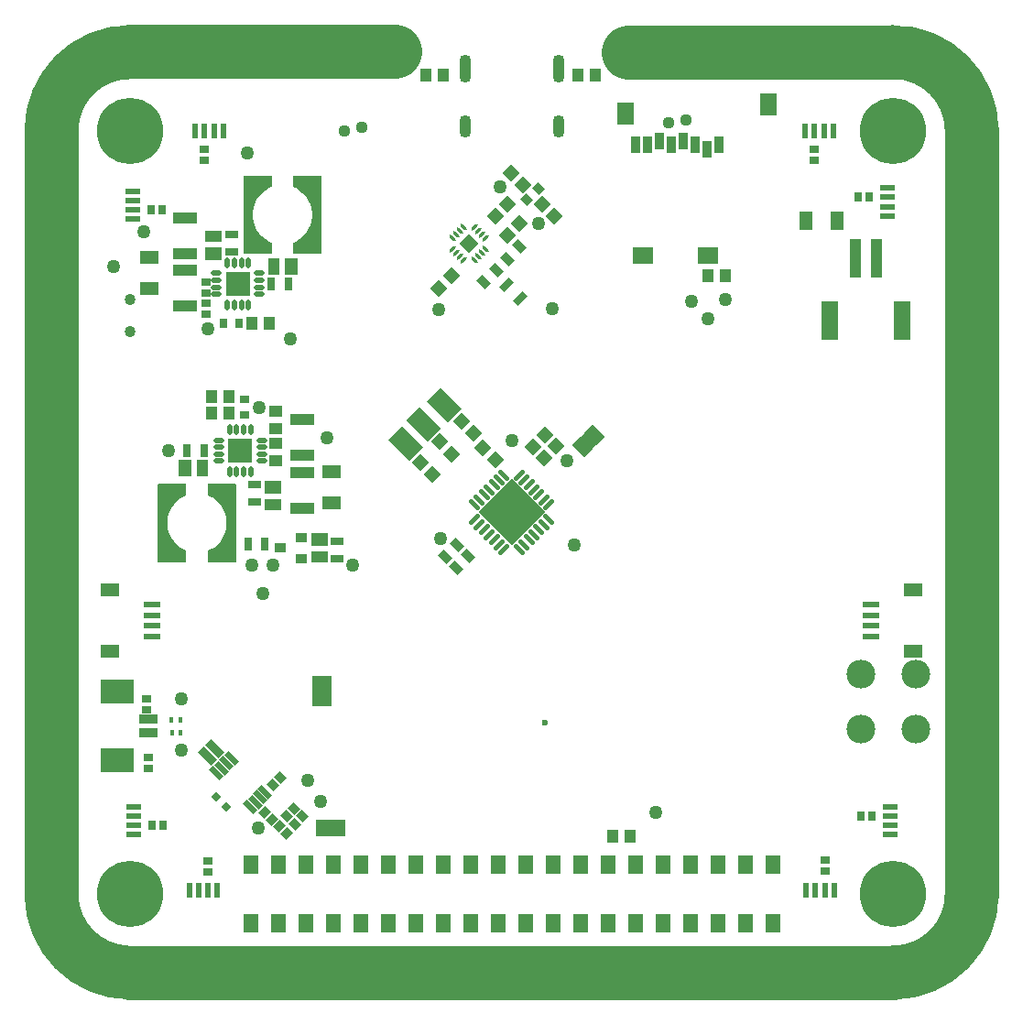
<source format=gbr>
%TF.GenerationSoftware,Altium Limited,Altium Designer,23.8.1 (32)*%
G04 Layer_Color=16711935*
%FSLAX26Y26*%
%MOIN*%
%TF.SameCoordinates,450A8218-6955-4517-B2CD-A7B35661065B*%
%TF.FilePolarity,Negative*%
%TF.FileFunction,Soldermask,Bot*%
%TF.Part,Single*%
G01*
G75*
%TA.AperFunction,Conductor*%
%ADD10C,0.196850*%
%TA.AperFunction,SMDPad,CuDef*%
%ADD11C,0.050000*%
%ADD37R,0.046000X0.063000*%
%ADD45R,0.063000X0.046000*%
G04:AMPARAMS|DCode=53|XSize=46mil|YSize=63mil|CornerRadius=0mil|HoleSize=0mil|Usage=FLASHONLY|Rotation=315.000|XOffset=0mil|YOffset=0mil|HoleType=Round|Shape=Rectangle|*
%AMROTATEDRECTD53*
4,1,4,-0.038537,-0.006010,0.006010,0.038537,0.038537,0.006010,-0.006010,-0.038537,-0.038537,-0.006010,0.0*
%
%ADD53ROTATEDRECTD53*%

%ADD65R,0.025000X0.008000*%
%TA.AperFunction,ComponentPad*%
G04:AMPARAMS|DCode=96|XSize=43.307mil|YSize=102.362mil|CornerRadius=21.654mil|HoleSize=0mil|Usage=FLASHONLY|Rotation=180.000|XOffset=0mil|YOffset=0mil|HoleType=Round|Shape=RoundedRectangle|*
%AMROUNDEDRECTD96*
21,1,0.043307,0.059055,0,0,180.0*
21,1,0.000000,0.102362,0,0,180.0*
1,1,0.043307,0.000000,0.029528*
1,1,0.043307,0.000000,0.029528*
1,1,0.043307,0.000000,-0.029528*
1,1,0.043307,0.000000,-0.029528*
%
%ADD96ROUNDEDRECTD96*%
G04:AMPARAMS|DCode=97|XSize=43.307mil|YSize=82.677mil|CornerRadius=21.654mil|HoleSize=0mil|Usage=FLASHONLY|Rotation=180.000|XOffset=0mil|YOffset=0mil|HoleType=Round|Shape=RoundedRectangle|*
%AMROUNDEDRECTD97*
21,1,0.043307,0.039370,0,0,180.0*
21,1,0.000000,0.082677,0,0,180.0*
1,1,0.043307,0.000000,0.019685*
1,1,0.043307,0.000000,0.019685*
1,1,0.043307,0.000000,-0.019685*
1,1,0.043307,0.000000,-0.019685*
%
%ADD97ROUNDEDRECTD97*%
%TA.AperFunction,ViaPad*%
%ADD104C,0.023622*%
%ADD107C,0.024803*%
%TA.AperFunction,SMDPad,CuDef*%
%ADD114R,0.015748X0.019685*%
G04:AMPARAMS|DCode=118|XSize=25.591mil|YSize=27.559mil|CornerRadius=0mil|HoleSize=0mil|Usage=FLASHONLY|Rotation=135.000|XOffset=0mil|YOffset=0mil|HoleType=Round|Shape=Rectangle|*
%AMROTATEDRECTD118*
4,1,4,0.018791,0.000696,-0.000696,-0.018791,-0.018791,-0.000696,0.000696,0.018791,0.018791,0.000696,0.0*
%
%ADD118ROTATEDRECTD118*%

%ADD120R,0.070866X0.047244*%
%ADD121R,0.061024X0.023622*%
%ADD130R,0.086614X0.043307*%
G04:AMPARAMS|DCode=133|XSize=31.496mil|YSize=11.811mil|CornerRadius=5.906mil|HoleSize=0mil|Usage=FLASHONLY|Rotation=135.000|XOffset=0mil|YOffset=0mil|HoleType=Round|Shape=RoundedRectangle|*
%AMROUNDEDRECTD133*
21,1,0.031496,0.000000,0,0,135.0*
21,1,0.019685,0.011811,0,0,135.0*
1,1,0.011811,-0.006960,0.006960*
1,1,0.011811,0.006960,-0.006960*
1,1,0.011811,0.006960,-0.006960*
1,1,0.011811,-0.006960,0.006960*
%
%ADD133ROUNDEDRECTD133*%
%ADD134P,0.066813X4X180.0*%
G04:AMPARAMS|DCode=135|XSize=11.811mil|YSize=31.496mil|CornerRadius=5.906mil|HoleSize=0mil|Usage=FLASHONLY|Rotation=135.000|XOffset=0mil|YOffset=0mil|HoleType=Round|Shape=RoundedRectangle|*
%AMROUNDEDRECTD135*
21,1,0.011811,0.019685,0,0,135.0*
21,1,0.000000,0.031496,0,0,135.0*
1,1,0.011811,0.006960,0.006960*
1,1,0.011811,0.006960,0.006960*
1,1,0.011811,-0.006960,-0.006960*
1,1,0.011811,-0.006960,-0.006960*
%
%ADD135ROUNDEDRECTD135*%
G04:AMPARAMS|DCode=136|XSize=23.622mil|YSize=49.213mil|CornerRadius=0mil|HoleSize=0mil|Usage=FLASHONLY|Rotation=135.000|XOffset=0mil|YOffset=0mil|HoleType=Round|Shape=Rectangle|*
%AMROTATEDRECTD136*
4,1,4,0.025751,0.009048,-0.009048,-0.025751,-0.025751,-0.009048,0.009048,0.025751,0.025751,0.009048,0.0*
%
%ADD136ROTATEDRECTD136*%

G04:AMPARAMS|DCode=137|XSize=46mil|YSize=63mil|CornerRadius=0mil|HoleSize=0mil|Usage=FLASHONLY|Rotation=225.000|XOffset=0mil|YOffset=0mil|HoleType=Round|Shape=Rectangle|*
%AMROTATEDRECTD137*
4,1,4,-0.006010,0.038537,0.038537,-0.006010,0.006010,-0.038537,-0.038537,0.006010,-0.006010,0.038537,0.0*
%
%ADD137ROTATEDRECTD137*%

G04:AMPARAMS|DCode=138|XSize=25mil|YSize=8mil|CornerRadius=0mil|HoleSize=0mil|Usage=FLASHONLY|Rotation=45.000|XOffset=0mil|YOffset=0mil|HoleType=Round|Shape=Rectangle|*
%AMROTATEDRECTD138*
4,1,4,-0.006010,-0.011667,-0.011667,-0.006010,0.006010,0.011667,0.011667,0.006010,-0.006010,-0.011667,0.0*
%
%ADD138ROTATEDRECTD138*%

%ADD151R,0.029622X0.033559*%
%ADD152R,0.043402X0.045370*%
G04:AMPARAMS|DCode=153|XSize=45.37mil|YSize=43.402mil|CornerRadius=0mil|HoleSize=0mil|Usage=FLASHONLY|Rotation=225.000|XOffset=0mil|YOffset=0mil|HoleType=Round|Shape=Rectangle|*
%AMROTATEDRECTD153*
4,1,4,0.000696,0.031386,0.031386,0.000696,-0.000696,-0.031386,-0.031386,-0.000696,0.000696,0.031386,0.0*
%
%ADD153ROTATEDRECTD153*%

G04:AMPARAMS|DCode=154|XSize=45.37mil|YSize=43.402mil|CornerRadius=0mil|HoleSize=0mil|Usage=FLASHONLY|Rotation=135.000|XOffset=0mil|YOffset=0mil|HoleType=Round|Shape=Rectangle|*
%AMROTATEDRECTD154*
4,1,4,0.031386,-0.000696,0.000696,-0.031386,-0.031386,0.000696,-0.000696,0.031386,0.031386,-0.000696,0.0*
%
%ADD154ROTATEDRECTD154*%

%ADD155R,0.045370X0.043402*%
%ADD156R,0.033559X0.029622*%
G04:AMPARAMS|DCode=157|XSize=33.559mil|YSize=29.622mil|CornerRadius=0mil|HoleSize=0mil|Usage=FLASHONLY|Rotation=135.000|XOffset=0mil|YOffset=0mil|HoleType=Round|Shape=Rectangle|*
%AMROTATEDRECTD157*
4,1,4,0.022338,-0.001392,0.001392,-0.022338,-0.022338,0.001392,-0.001392,0.022338,0.022338,-0.001392,0.0*
%
%ADD157ROTATEDRECTD157*%

G04:AMPARAMS|DCode=165|XSize=16.811mil|YSize=50.276mil|CornerRadius=0mil|HoleSize=0mil|Usage=FLASHONLY|Rotation=315.000|XOffset=0mil|YOffset=0mil|HoleType=Round|Shape=Round|*
%AMOVALD165*
21,1,0.033465,0.016811,0.000000,0.000000,45.0*
1,1,0.016811,-0.011832,-0.011832*
1,1,0.016811,0.011832,0.011832*
%
%ADD165OVALD165*%

G04:AMPARAMS|DCode=166|XSize=16.811mil|YSize=50.276mil|CornerRadius=0mil|HoleSize=0mil|Usage=FLASHONLY|Rotation=45.000|XOffset=0mil|YOffset=0mil|HoleType=Round|Shape=Round|*
%AMOVALD166*
21,1,0.033465,0.016811,0.000000,0.000000,135.0*
1,1,0.016811,0.011832,-0.011832*
1,1,0.016811,-0.011832,0.011832*
%
%ADD166OVALD166*%

G04:AMPARAMS|DCode=174|XSize=28.622mil|YSize=36.496mil|CornerRadius=0mil|HoleSize=0mil|Usage=FLASHONLY|Rotation=45.000|XOffset=0mil|YOffset=0mil|HoleType=Round|Shape=Rectangle|*
%AMROTATEDRECTD174*
4,1,4,0.002784,-0.023023,-0.023023,0.002784,-0.002784,0.023023,0.023023,-0.002784,0.002784,-0.023023,0.0*
%
%ADD174ROTATEDRECTD174*%

%ADD175R,0.045370X0.029000*%
%ADD176R,0.029000X0.045370*%
%ADD177R,0.054210X0.024690*%
%ADD178R,0.024690X0.054210*%
G04:AMPARAMS|DCode=180|XSize=45.37mil|YSize=29mil|CornerRadius=0mil|HoleSize=0mil|Usage=FLASHONLY|Rotation=135.000|XOffset=0mil|YOffset=0mil|HoleType=Round|Shape=Rectangle|*
%AMROTATEDRECTD180*
4,1,4,0.026294,-0.005788,0.005788,-0.026294,-0.026294,0.005788,-0.005788,0.026294,0.026294,-0.005788,0.0*
%
%ADD180ROTATEDRECTD180*%

%ADD182R,0.048307X0.069961*%
%ADD183R,0.063087X0.043402*%
%ADD184R,0.063087X0.045370*%
%ADD185R,0.055000X0.071142*%
%ADD188R,0.028622X0.036496*%
%ADD189R,0.045370X0.063087*%
%ADD190R,0.043402X0.063087*%
%TA.AperFunction,ViaPad*%
%ADD191C,0.241220*%
%TA.AperFunction,ComponentPad*%
%ADD192C,0.040430*%
%ADD193C,0.044370*%
%ADD194C,0.105000*%
%TA.AperFunction,ViaPad*%
%ADD195C,0.044370*%
%TA.AperFunction,SMDPad,CuDef*%
%ADD196R,0.032560X0.064060*%
%ADD197R,0.075870X0.060120*%
%ADD198R,0.060120X0.079800*%
G04:AMPARAMS|DCode=199|XSize=55.18mil|YSize=19.75mil|CornerRadius=0mil|HoleSize=0mil|Usage=FLASHONLY|Rotation=135.000|XOffset=0mil|YOffset=0mil|HoleType=Round|Shape=Rectangle|*
%AMROTATEDRECTD199*
4,1,4,0.026492,-0.012526,0.012526,-0.026492,-0.026492,0.012526,-0.012526,0.026492,0.026492,-0.012526,0.0*
%
%ADD199ROTATEDRECTD199*%

G04:AMPARAMS|DCode=200|XSize=33.559mil|YSize=29.622mil|CornerRadius=0mil|HoleSize=0mil|Usage=FLASHONLY|Rotation=45.000|XOffset=0mil|YOffset=0mil|HoleType=Round|Shape=Rectangle|*
%AMROTATEDRECTD200*
4,1,4,-0.001392,-0.022338,-0.022338,-0.001392,0.001392,0.022338,0.022338,0.001392,-0.001392,-0.022338,0.0*
%
%ADD200ROTATEDRECTD200*%

%ADD201R,0.123110X0.087677*%
%ADD202R,0.067992X0.036496*%
%ADD203R,0.064055X0.138858*%
%ADD204R,0.044370X0.142795*%
%ADD205R,0.069961X0.048307*%
%ADD206P,0.240917X4X90.0*%
%ADD207C,0.024685*%
%ADD208R,0.089000X0.089000*%
G04:AMPARAMS|DCode=209|XSize=19mil|YSize=37.465mil|CornerRadius=5.75mil|HoleSize=0mil|Usage=FLASHONLY|Rotation=90.000|XOffset=0mil|YOffset=0mil|HoleType=Round|Shape=RoundedRectangle|*
%AMROUNDEDRECTD209*
21,1,0.019000,0.025965,0,0,90.0*
21,1,0.007500,0.037465,0,0,90.0*
1,1,0.011500,0.012982,0.003750*
1,1,0.011500,0.012982,-0.003750*
1,1,0.011500,-0.012982,-0.003750*
1,1,0.011500,-0.012982,0.003750*
%
%ADD209ROUNDEDRECTD209*%
G04:AMPARAMS|DCode=210|XSize=19mil|YSize=37.465mil|CornerRadius=5.75mil|HoleSize=0mil|Usage=FLASHONLY|Rotation=0.000|XOffset=0mil|YOffset=0mil|HoleType=Round|Shape=RoundedRectangle|*
%AMROUNDEDRECTD210*
21,1,0.019000,0.025965,0,0,0.0*
21,1,0.007500,0.037465,0,0,0.0*
1,1,0.011500,0.003750,-0.012982*
1,1,0.011500,-0.003750,-0.012982*
1,1,0.011500,-0.003750,0.012982*
1,1,0.011500,0.003750,0.012982*
%
%ADD210ROUNDEDRECTD210*%
%ADD211R,0.040433X0.036496*%
%ADD212R,0.036496X0.028622*%
G36*
X-694490Y1224918D02*
X-694107Y1224826D01*
X-693743Y1224676D01*
X-693408Y1224470D01*
X-693109Y1224214D01*
X-692853Y1223915D01*
X-692647Y1223580D01*
X-692497Y1223216D01*
X-692405Y1222833D01*
X-692374Y1222441D01*
Y942913D01*
X-692405Y942521D01*
X-692497Y942138D01*
X-692647Y941775D01*
X-692853Y941439D01*
X-693109Y941140D01*
X-693408Y940885D01*
X-693743Y940679D01*
X-694107Y940528D01*
X-694490Y940437D01*
X-694882Y940406D01*
X-793307D01*
X-793699Y940437D01*
X-794082Y940528D01*
X-794446Y940679D01*
X-794781Y940885D01*
X-795080Y941140D01*
X-795336Y941439D01*
X-795541Y941775D01*
X-795692Y942138D01*
X-795784Y942521D01*
X-795815Y942913D01*
X-795815Y979527D01*
X-795810Y979590D01*
X-795812Y979654D01*
X-795794Y979788D01*
X-795784Y979920D01*
X-795769Y979981D01*
X-795761Y980044D01*
X-795723Y980172D01*
X-795692Y980302D01*
X-795668Y980361D01*
X-795650Y980421D01*
X-795593Y980541D01*
X-795542Y980666D01*
X-795509Y980720D01*
X-795481Y980777D01*
X-795406Y980888D01*
X-795336Y981001D01*
X-795295Y981049D01*
X-795259Y981102D01*
X-795167Y981199D01*
X-795080Y981301D01*
X-795032Y981342D01*
X-794989Y981388D01*
X-794884Y981469D01*
X-794781Y981556D01*
X-794726Y981590D01*
X-794677Y981628D01*
X-794561Y981691D01*
X-794446Y981762D01*
X-794387Y981786D01*
X-794332Y981816D01*
X-786930Y985130D01*
X-773003Y993331D01*
X-760479Y1003471D01*
X-749590Y1015352D01*
X-740578Y1028711D01*
X-733640Y1043257D01*
X-728929Y1058667D01*
X-726548Y1074606D01*
X-726549Y1090721D01*
X-728932Y1106659D01*
X-733646Y1122069D01*
X-740586Y1136613D01*
X-749600Y1149972D01*
X-760490Y1161851D01*
X-773016Y1171989D01*
X-786944Y1180188D01*
X-794346Y1183501D01*
X-794411Y1183536D01*
X-794477Y1183564D01*
X-794547Y1183608D01*
X-794614Y1183641D01*
X-794649Y1183666D01*
X-794692Y1183689D01*
X-794749Y1183734D01*
X-794811Y1183772D01*
X-794873Y1183826D01*
X-794934Y1183870D01*
X-794966Y1183900D01*
X-795003Y1183929D01*
X-795053Y1183982D01*
X-795109Y1184030D01*
X-795161Y1184093D01*
X-795215Y1184146D01*
X-795241Y1184181D01*
X-795274Y1184215D01*
X-795315Y1184275D01*
X-795362Y1184331D01*
X-795404Y1184400D01*
X-795449Y1184462D01*
X-795469Y1184501D01*
X-795496Y1184540D01*
X-795528Y1184606D01*
X-795565Y1184668D01*
X-795595Y1184743D01*
X-795630Y1184811D01*
X-795644Y1184852D01*
X-795665Y1184896D01*
X-795685Y1184965D01*
X-795713Y1185033D01*
X-795731Y1185112D01*
X-795755Y1185184D01*
X-795763Y1185228D01*
X-795776Y1185273D01*
X-795785Y1185345D01*
X-795802Y1185416D01*
X-795807Y1185496D01*
X-795820Y1185572D01*
X-795821Y1185618D01*
X-795826Y1185663D01*
X-795824Y1185735D01*
X-795830Y1185809D01*
X-795823Y1185888D01*
X-795823Y1185966D01*
X-795817Y1186011D01*
X-795815Y1186057D01*
X-795815Y1186060D01*
Y1222441D01*
X-795784Y1222833D01*
X-795692Y1223216D01*
X-795541Y1223580D01*
X-795336Y1223915D01*
X-795080Y1224214D01*
X-794781Y1224470D01*
X-794446Y1224675D01*
X-794082Y1224826D01*
X-793699Y1224918D01*
X-793307Y1224949D01*
X-694882Y1224949D01*
X-694490Y1224918D01*
D02*
G37*
G36*
X-875592Y1224918D02*
X-875209Y1224826D01*
X-874846Y1224675D01*
X-874510Y1224470D01*
X-874211Y1224214D01*
X-873955Y1223915D01*
X-873750Y1223580D01*
X-873599Y1223216D01*
X-873507Y1222833D01*
X-873476Y1222441D01*
Y1186059D01*
X-873476Y1186057D01*
X-873475Y1186014D01*
X-873468Y1185968D01*
X-873469Y1185889D01*
X-873462Y1185809D01*
X-873467Y1185735D01*
X-873465Y1185663D01*
X-873471Y1185620D01*
X-873471Y1185575D01*
X-873484Y1185495D01*
X-873490Y1185417D01*
X-873506Y1185345D01*
X-873516Y1185273D01*
X-873528Y1185231D01*
X-873535Y1185187D01*
X-873561Y1185110D01*
X-873579Y1185033D01*
X-873606Y1184966D01*
X-873627Y1184896D01*
X-873646Y1184856D01*
X-873660Y1184813D01*
X-873697Y1184742D01*
X-873726Y1184669D01*
Y1184668D01*
X-873764Y1184606D01*
X-873795Y1184540D01*
X-873821Y1184503D01*
X-873841Y1184464D01*
X-873888Y1184400D01*
X-873930Y1184331D01*
X-873976Y1184276D01*
X-874018Y1184215D01*
X-874048Y1184183D01*
X-874075Y1184147D01*
X-874131Y1184092D01*
X-874183Y1184030D01*
X-874238Y1183982D01*
X-874288Y1183929D01*
X-874324Y1183902D01*
X-874355Y1183871D01*
X-874418Y1183826D01*
X-874480Y1183772D01*
X-874543Y1183733D01*
X-874600Y1183689D01*
X-874640Y1183667D01*
X-874675Y1183642D01*
X-874745Y1183607D01*
X-874814Y1183564D01*
X-874881Y1183536D01*
X-874945Y1183501D01*
X-882348Y1180188D01*
X-896275Y1171989D01*
X-908802Y1161851D01*
X-919692Y1149972D01*
X-928706Y1136613D01*
X-935646Y1122069D01*
X-940359Y1106659D01*
X-942743Y1090721D01*
X-942744Y1074606D01*
X-940362Y1058667D01*
X-935651Y1043257D01*
X-928713Y1028711D01*
X-919701Y1015352D01*
X-908813Y1003471D01*
X-896289Y993331D01*
X-882361Y985130D01*
X-874960Y981816D01*
X-874905Y981786D01*
X-874846Y981762D01*
X-874730Y981691D01*
X-874614Y981628D01*
X-874565Y981590D01*
X-874510Y981556D01*
X-874408Y981469D01*
X-874303Y981388D01*
X-874259Y981342D01*
X-874211Y981301D01*
X-874125Y981199D01*
X-874032Y981102D01*
X-873996Y981049D01*
X-873956Y981001D01*
X-873886Y980888D01*
X-873810Y980777D01*
X-873783Y980720D01*
X-873750Y980666D01*
X-873698Y980541D01*
X-873641Y980421D01*
X-873624Y980361D01*
X-873599Y980302D01*
X-873568Y980172D01*
X-873530Y980044D01*
X-873522Y979981D01*
X-873508Y979920D01*
X-873497Y979788D01*
X-873480Y979654D01*
X-873481Y979590D01*
X-873477Y979527D01*
Y942913D01*
X-873508Y942521D01*
X-873599Y942138D01*
X-873750Y941775D01*
X-873956Y941439D01*
X-874211Y941140D01*
X-874510Y940884D01*
X-874846Y940679D01*
X-875209Y940528D01*
X-875592Y940436D01*
X-875984Y940405D01*
X-974409Y940406D01*
X-974802Y940437D01*
X-975184Y940528D01*
X-975548Y940679D01*
X-975884Y940885D01*
X-976183Y941140D01*
X-976438Y941439D01*
X-976644Y941775D01*
X-976794Y942138D01*
X-976886Y942521D01*
X-976917Y942913D01*
Y1222441D01*
X-976886Y1222833D01*
X-976794Y1223216D01*
X-976644Y1223580D01*
X-976438Y1223915D01*
X-976183Y1224214D01*
X-975884Y1224470D01*
X-975548Y1224675D01*
X-975184Y1224826D01*
X-974802Y1224918D01*
X-974409Y1224949D01*
X-875984D01*
X-875592Y1224918D01*
D02*
G37*
G36*
X-181245Y375858D02*
X-230743Y326360D01*
X-308525Y404142D01*
X-259027Y453640D01*
X-181245Y375858D01*
D02*
G37*
G36*
X-256360Y305858D02*
X-305858Y256360D01*
X-383640Y334142D01*
X-334142Y383640D01*
X-256360Y305858D01*
D02*
G37*
G36*
X336568Y274142D02*
X265858Y203431D01*
X223431Y245858D01*
X294142Y316568D01*
X336568Y274142D01*
D02*
G37*
G36*
X-322538Y236551D02*
X-372035Y187053D01*
X-449817Y264835D01*
X-400320Y314332D01*
X-322538Y236551D01*
D02*
G37*
G36*
X-1005192Y102871D02*
X-1004809Y102779D01*
X-1004445Y102628D01*
X-1004110Y102422D01*
X-1003811Y102167D01*
X-1003555Y101868D01*
X-1003350Y101532D01*
X-1003199Y101169D01*
X-1003107Y100786D01*
X-1003076Y100394D01*
X-1003076Y-179134D01*
X-1003107Y-179526D01*
X-1003199Y-179909D01*
X-1003349Y-180273D01*
X-1003555Y-180608D01*
X-1003811Y-180907D01*
X-1004110Y-181163D01*
X-1004445Y-181369D01*
X-1004809Y-181519D01*
X-1005192Y-181611D01*
X-1005584Y-181642D01*
X-1104009D01*
X-1104401Y-181611D01*
X-1104784Y-181519D01*
X-1105148Y-181369D01*
X-1105483Y-181163D01*
X-1105782Y-180907D01*
X-1106038Y-180608D01*
X-1106244Y-180273D01*
X-1106394Y-179909D01*
X-1106486Y-179526D01*
X-1106517Y-179134D01*
X-1106517Y-142752D01*
X-1106517Y-142750D01*
X-1106519Y-142705D01*
X-1106526Y-142659D01*
X-1106525Y-142570D01*
X-1106532Y-142483D01*
Y-142483D01*
X-1106527Y-142420D01*
X-1106528Y-142356D01*
X-1106523Y-142312D01*
X-1106522Y-142265D01*
X-1106508Y-142178D01*
X-1106501Y-142091D01*
X-1106486Y-142029D01*
X-1106478Y-141966D01*
X-1106465Y-141922D01*
X-1106457Y-141877D01*
X-1106430Y-141794D01*
X-1106409Y-141708D01*
X-1106385Y-141649D01*
X-1106367Y-141589D01*
X-1106347Y-141547D01*
X-1106333Y-141504D01*
X-1106293Y-141427D01*
X-1106258Y-141345D01*
X-1106225Y-141290D01*
X-1106198Y-141233D01*
X-1106172Y-141195D01*
X-1106151Y-141155D01*
X-1106099Y-141084D01*
X-1106053Y-141009D01*
X-1106012Y-140961D01*
X-1105976Y-140909D01*
X-1105944Y-140875D01*
X-1105917Y-140839D01*
X-1105855Y-140777D01*
X-1105797Y-140710D01*
X-1105749Y-140669D01*
X-1105705Y-140623D01*
X-1105669Y-140594D01*
X-1105637Y-140562D01*
X-1105565Y-140512D01*
X-1105498Y-140454D01*
X-1105444Y-140421D01*
X-1105394Y-140382D01*
X-1105353Y-140360D01*
X-1105316Y-140334D01*
X-1105239Y-140296D01*
X-1105162Y-140249D01*
X-1105104Y-140224D01*
X-1105048Y-140194D01*
X-1097646Y-136882D01*
X-1083718Y-128683D01*
X-1071192Y-118544D01*
X-1060302Y-106665D01*
X-1051288Y-93306D01*
X-1044348Y-78762D01*
X-1039634Y-63352D01*
X-1037251Y-47414D01*
X-1037250Y-31299D01*
X-1039631Y-15360D01*
X-1044342Y50D01*
X-1051280Y14595D01*
X-1060292Y27955D01*
X-1071181Y39836D01*
X-1083705Y49976D01*
X-1097632Y58177D01*
X-1105034Y61491D01*
X-1105089Y61521D01*
X-1105148Y61545D01*
X-1105263Y61616D01*
X-1105379Y61679D01*
X-1105428Y61717D01*
X-1105483Y61751D01*
X-1105586Y61838D01*
X-1105691Y61919D01*
X-1105734Y61965D01*
X-1105782Y62006D01*
X-1105869Y62108D01*
X-1105961Y62205D01*
X-1105997Y62258D01*
X-1106038Y62306D01*
X-1106108Y62419D01*
X-1106184Y62530D01*
X-1106211Y62587D01*
X-1106244Y62641D01*
X-1106295Y62766D01*
X-1106352Y62886D01*
X-1106370Y62946D01*
X-1106394Y63005D01*
X-1106425Y63135D01*
X-1106463Y63263D01*
X-1106471Y63326D01*
X-1106486Y63387D01*
X-1106496Y63519D01*
X-1106514Y63653D01*
X-1106512Y63717D01*
X-1106517Y63779D01*
Y100394D01*
X-1106486Y100786D01*
X-1106394Y101169D01*
X-1106244Y101532D01*
X-1106038Y101868D01*
X-1105782Y102167D01*
X-1105483Y102422D01*
X-1105148Y102628D01*
X-1104784Y102779D01*
X-1104401Y102871D01*
X-1104009Y102901D01*
X-1005584D01*
X-1005192Y102871D01*
D02*
G37*
G36*
X-1186294D02*
X-1185911Y102779D01*
X-1185548Y102628D01*
X-1185212Y102422D01*
X-1184913Y102167D01*
X-1184658Y101868D01*
X-1184452Y101532D01*
X-1184301Y101169D01*
X-1184210Y100786D01*
X-1184179Y100394D01*
Y63779D01*
X-1184184Y63717D01*
X-1184182Y63653D01*
X-1184199Y63519D01*
X-1184210Y63387D01*
X-1184224Y63326D01*
X-1184232Y63263D01*
X-1184270Y63135D01*
X-1184301Y63005D01*
X-1184326Y62946D01*
X-1184343Y62886D01*
X-1184400Y62766D01*
X-1184452Y62641D01*
X-1184485Y62587D01*
X-1184512Y62530D01*
X-1184588Y62419D01*
X-1184658Y62306D01*
X-1184698Y62258D01*
X-1184734Y62205D01*
X-1184827Y62108D01*
X-1184913Y62006D01*
X-1184961Y61965D01*
X-1185005Y61919D01*
X-1185110Y61838D01*
X-1185212Y61751D01*
X-1185267Y61717D01*
X-1185316Y61679D01*
X-1185432Y61616D01*
X-1185548Y61545D01*
X-1185607Y61521D01*
X-1185662Y61491D01*
X-1193063Y58177D01*
X-1206991Y49976D01*
X-1219515Y39836D01*
X-1230403Y27955D01*
X-1239415Y14595D01*
X-1246353Y50D01*
X-1251064Y-15360D01*
X-1253446Y-31299D01*
X-1253445Y-47414D01*
X-1251061Y-63352D01*
X-1246348Y-78762D01*
X-1239408Y-93306D01*
X-1230394Y-106665D01*
X-1219504Y-118544D01*
X-1206977Y-128683D01*
X-1193050Y-136882D01*
X-1185647Y-140194D01*
X-1185592Y-140224D01*
X-1185533Y-140249D01*
X-1185452Y-140298D01*
X-1185369Y-140340D01*
X-1185337Y-140363D01*
X-1185302Y-140382D01*
X-1185252Y-140421D01*
X-1185198Y-140454D01*
X-1185126Y-140515D01*
X-1185050Y-140570D01*
X-1185022Y-140598D01*
X-1184990Y-140623D01*
X-1184947Y-140669D01*
X-1184898Y-140710D01*
X-1184898Y-140710D01*
X-1184838Y-140781D01*
X-1184771Y-140847D01*
X-1184747Y-140880D01*
X-1184720Y-140909D01*
X-1184684Y-140960D01*
X-1184643Y-141009D01*
X-1184594Y-141089D01*
X-1184538Y-141165D01*
X-1184520Y-141201D01*
X-1184497Y-141233D01*
X-1184471Y-141290D01*
X-1184437Y-141345D01*
X-1184401Y-141432D01*
X-1184358Y-141515D01*
X-1184345Y-141554D01*
X-1184329Y-141589D01*
X-1184311Y-141648D01*
X-1184286Y-141708D01*
X-1184264Y-141800D01*
X-1184235Y-141889D01*
X-1184229Y-141929D01*
X-1184218Y-141966D01*
X-1184210Y-142027D01*
X-1184195Y-142091D01*
X-1184187Y-142185D01*
X-1184172Y-142277D01*
X-1184172Y-142318D01*
X-1184167Y-142356D01*
X-1184169Y-142418D01*
X-1184164Y-142483D01*
X-1184171Y-142577D01*
X-1184171Y-142671D01*
X-1184177Y-142712D01*
X-1184178Y-142750D01*
X-1184179Y-142752D01*
X-1184179Y-179134D01*
X-1184209Y-179526D01*
X-1184301Y-179909D01*
X-1184452Y-180273D01*
X-1184658Y-180608D01*
X-1184913Y-180907D01*
X-1185212Y-181163D01*
X-1185548Y-181369D01*
X-1185911Y-181519D01*
X-1186294Y-181611D01*
X-1186686Y-181642D01*
X-1285112D01*
X-1285504Y-181611D01*
X-1285887Y-181519D01*
X-1286250Y-181369D01*
X-1286586Y-181163D01*
X-1286885Y-180907D01*
X-1287140Y-180608D01*
X-1287346Y-180273D01*
X-1287497Y-179909D01*
X-1287588Y-179526D01*
X-1287619Y-179134D01*
Y100394D01*
X-1287588Y100786D01*
X-1287497Y101169D01*
X-1287346Y101532D01*
X-1287140Y101868D01*
X-1286885Y102167D01*
X-1286586Y102422D01*
X-1286250Y102628D01*
X-1285887Y102779D01*
X-1285504Y102871D01*
X-1285112Y102901D01*
X-1186686D01*
X-1186294Y102871D01*
D02*
G37*
G36*
X-655319Y-704606D02*
X-725319D01*
Y-594606D01*
X-655319D01*
Y-704606D01*
D02*
G37*
G36*
X-609449Y-1180282D02*
X-709449D01*
Y-1120282D01*
X-609449D01*
Y-1180282D01*
D02*
G37*
D10*
X-1675000Y-1388780D02*
G03*
X-1388780Y-1675000I286221J0D01*
G01*
Y1675000D02*
G03*
X-1675000Y1388780I0J-286221D01*
G01*
X1388780Y-1675000D02*
G03*
X1675000Y-1388780I0J286221D01*
G01*
Y1388780D02*
G03*
X1388780Y1675000I-286221J0D01*
G01*
X-1389022Y1676379D02*
X-424455D01*
X424455Y1673621D02*
X1389022D01*
X-1675000Y-1388780D02*
Y1388780D01*
X-1388780Y-1675000D02*
X1388780D01*
X1675000Y-1388780D02*
Y1388780D01*
D11*
X-696949Y-1053331D02*
D03*
X-1200787Y-679134D02*
D03*
X-921212Y-1148890D02*
D03*
X-742985Y-975702D02*
D03*
X-1200787Y-866142D02*
D03*
X-963671Y1308934D02*
D03*
X778942Y773490D02*
D03*
X653543Y767716D02*
D03*
X715950Y704438D02*
D03*
X-578740Y-192913D02*
D03*
X-264641Y739455D02*
D03*
X148104Y741321D02*
D03*
X-41735Y1185200D02*
D03*
X96457Y1051657D02*
D03*
X525000Y-1092520D02*
D03*
X-906393Y-295276D02*
D03*
X-870010Y-191499D02*
D03*
X-946718Y-191129D02*
D03*
X-1248032Y224409D02*
D03*
X-920290Y381143D02*
D03*
X-672058Y269837D02*
D03*
X-1448819Y893701D02*
D03*
X-807087Y629921D02*
D03*
X-1338583Y1021193D02*
D03*
X-1106711Y669291D02*
D03*
X228699Y-120000D02*
D03*
X-260000Y-96022D02*
D03*
X0Y260000D02*
D03*
X201079Y187589D02*
D03*
D37*
X-689449Y-1150282D02*
D03*
X-629449D02*
D03*
D45*
X-690319Y-619606D02*
D03*
Y-679606D02*
D03*
D53*
X-364964Y229480D02*
D03*
X-407391Y271906D02*
D03*
X-298787Y298787D02*
D03*
X-341213Y341213D02*
D03*
X-223672Y368787D02*
D03*
X-266098Y411213D02*
D03*
D65*
X-659449Y-1150282D02*
D03*
D96*
X-170079Y1614173D02*
D03*
X170079D02*
D03*
D97*
X-170079Y1403150D02*
D03*
X170079D02*
D03*
D104*
X121450Y-765776D02*
D03*
D107*
X-155554Y977496D02*
D03*
D114*
X-1237470Y-756299D02*
D03*
X-1205974D02*
D03*
X-1236220Y-802165D02*
D03*
X-1204724D02*
D03*
D118*
X-1075711Y-1034765D02*
D03*
X-1038129Y-1072347D02*
D03*
D120*
X-1460630Y-503937D02*
D03*
Y-283465D02*
D03*
X1460630Y-503937D02*
D03*
Y-283464D02*
D03*
D121*
X-1308071Y-452756D02*
D03*
Y-334646D02*
D03*
X-1308071Y-413386D02*
D03*
X-1308071Y-374016D02*
D03*
X1308071Y-452756D02*
D03*
X1308071Y-413386D02*
D03*
Y-374016D02*
D03*
X1308071Y-334646D02*
D03*
D130*
X-1189388Y751819D02*
D03*
Y881740D02*
D03*
Y942764D02*
D03*
Y1072685D02*
D03*
X-763779Y206693D02*
D03*
X-763779Y336614D02*
D03*
Y13779D02*
D03*
Y143701D02*
D03*
D133*
X-188961Y1024822D02*
D03*
X-175042Y1038742D02*
D03*
X-202880Y1010903D02*
D03*
X-216800Y996983D02*
D03*
X-136067Y916251D02*
D03*
X-122148Y930170D02*
D03*
X-108229Y944090D02*
D03*
X-94309Y958009D02*
D03*
D134*
X-155554Y977496D02*
D03*
D135*
X-94309Y996984D02*
D03*
X-108228Y1010903D02*
D03*
X-122148Y1024822D02*
D03*
X-136067Y1038742D02*
D03*
X-216800Y958009D02*
D03*
X-202881Y944090D02*
D03*
X-188961Y930170D02*
D03*
X-175042Y916251D02*
D03*
D136*
X-19491Y828167D02*
D03*
X30619Y778057D02*
D03*
D137*
X301213Y281213D02*
D03*
X258787Y238787D02*
D03*
D138*
X280000Y260000D02*
D03*
D151*
X1261535Y1147720D02*
D03*
X1300905D02*
D03*
X-1269095Y-1139767D02*
D03*
X-1308465D02*
D03*
X1270314Y-1104094D02*
D03*
X1309684D02*
D03*
X-1311715Y1100000D02*
D03*
X-1272345D02*
D03*
D152*
X-311496Y1590000D02*
D03*
X-248504D02*
D03*
X302949D02*
D03*
X239957D02*
D03*
X431496Y-1180000D02*
D03*
X368504D02*
D03*
X-883285Y688976D02*
D03*
X-946278D02*
D03*
X-1090551Y421260D02*
D03*
X-1027559D02*
D03*
Y362205D02*
D03*
X-1090551D02*
D03*
X778942Y860000D02*
D03*
X715950D02*
D03*
D153*
X-137729Y287729D02*
D03*
X-182271Y332271D02*
D03*
X-217729Y212132D02*
D03*
X-262271Y256674D02*
D03*
X-287729Y137729D02*
D03*
X-332271Y182271D02*
D03*
X-104396Y234403D02*
D03*
X-59853Y189861D02*
D03*
X41977Y1190963D02*
D03*
X-2565Y1235505D02*
D03*
X110572Y1122368D02*
D03*
X155114Y1077825D02*
D03*
D154*
X122271Y282271D02*
D03*
X77729Y237729D02*
D03*
X162271Y242271D02*
D03*
X117729Y197729D02*
D03*
X-220099Y859680D02*
D03*
X-264641Y815138D02*
D03*
X-14592Y1122368D02*
D03*
X-59134Y1077825D02*
D03*
X27835Y1051657D02*
D03*
X-16707Y1007115D02*
D03*
D155*
X-858268Y305118D02*
D03*
Y368110D02*
D03*
Y251136D02*
D03*
Y188144D02*
D03*
D156*
X-1320866Y-932087D02*
D03*
X-1328740Y-679134D02*
D03*
X-1320866Y-892717D02*
D03*
X-1328740Y-718504D02*
D03*
X-1110943Y760836D02*
D03*
Y721466D02*
D03*
Y837402D02*
D03*
Y798032D02*
D03*
X-1104327Y-1269095D02*
D03*
Y-1308465D02*
D03*
X-1117720Y1320906D02*
D03*
Y1281535D02*
D03*
X1102047Y1320905D02*
D03*
Y1281535D02*
D03*
X1139767Y-1306435D02*
D03*
Y-1267065D02*
D03*
D157*
X-1092421Y-847685D02*
D03*
X-1068758Y-871907D02*
D03*
X-761081Y-1107033D02*
D03*
X-791219Y-1077802D02*
D03*
X-841329Y-965959D02*
D03*
X-869168Y-993798D02*
D03*
X-819058Y-1105641D02*
D03*
X-788919Y-1134871D02*
D03*
X-1120260Y-875524D02*
D03*
X-1096597Y-899746D02*
D03*
D165*
X-81428Y-81428D02*
D03*
X135715Y27143D02*
D03*
X117619Y45238D02*
D03*
X99524Y63334D02*
D03*
X81429Y81429D02*
D03*
X63334Y99524D02*
D03*
X45238Y117619D02*
D03*
X27143Y135714D02*
D03*
X-135714Y-27143D02*
D03*
X-117619Y-45238D02*
D03*
X-99524Y-63333D02*
D03*
X-63333Y-99524D02*
D03*
X-45238Y-117619D02*
D03*
X-27143Y-135714D02*
D03*
D166*
X27143D02*
D03*
X45238Y-117619D02*
D03*
X63334Y-99524D02*
D03*
X81429Y-81428D02*
D03*
X99524Y-63333D02*
D03*
X117619Y-45238D02*
D03*
X135714Y-27143D02*
D03*
X-27143Y135714D02*
D03*
X-45238Y117619D02*
D03*
X-63333Y99524D02*
D03*
X-81428Y81429D02*
D03*
X-99524Y63334D02*
D03*
X-117619Y45238D02*
D03*
X-135714Y27143D02*
D03*
D174*
X96457Y1176848D02*
D03*
X56091Y1136482D02*
D03*
D175*
X-937008Y36842D02*
D03*
X-937008Y99835D02*
D03*
X-634431Y-167618D02*
D03*
Y-104626D02*
D03*
X-1020096Y946701D02*
D03*
X-1020096Y1009693D02*
D03*
D176*
X-897265Y-114299D02*
D03*
X-960257D02*
D03*
X-1181102Y224409D02*
D03*
X-1118110Y224409D02*
D03*
X-811435Y832528D02*
D03*
X-874427D02*
D03*
D177*
X1367970Y1181180D02*
D03*
X1367970Y1147720D02*
D03*
Y1112280D02*
D03*
X1367970Y1078820D02*
D03*
X-1376750Y-1173227D02*
D03*
X-1376750Y-1139767D02*
D03*
Y-1104327D02*
D03*
X-1376750Y-1070867D02*
D03*
X1376749Y-1070867D02*
D03*
Y-1104327D02*
D03*
Y-1139767D02*
D03*
Y-1173227D02*
D03*
X-1380000Y1168900D02*
D03*
Y1135440D02*
D03*
X-1380000Y1100000D02*
D03*
X-1380000Y1066540D02*
D03*
D178*
X-1070867Y-1376750D02*
D03*
X-1104327D02*
D03*
X-1139767D02*
D03*
X-1173227D02*
D03*
X-1048820Y1387970D02*
D03*
X-1082280D02*
D03*
X-1117720D02*
D03*
X-1151180D02*
D03*
X1171180D02*
D03*
X1137720D02*
D03*
X1102280D02*
D03*
X1068820D02*
D03*
X1070867Y-1376750D02*
D03*
X1104327D02*
D03*
X1139767D02*
D03*
X1173227Y-1376750D02*
D03*
D180*
X-101560Y837409D02*
D03*
X-57018Y881951D02*
D03*
X27835Y966804D02*
D03*
X-16707Y922262D02*
D03*
X-202271Y-202271D02*
D03*
X-157729Y-157729D02*
D03*
X-242271Y-162271D02*
D03*
X-197729Y-117729D02*
D03*
D182*
X1183602Y1060000D02*
D03*
X1071398D02*
D03*
D183*
X-870079Y27843D02*
D03*
X-1087025Y1005756D02*
D03*
X-697423Y-161667D02*
D03*
D184*
X-870079Y90835D02*
D03*
X-1087025Y942764D02*
D03*
X-697423Y-98675D02*
D03*
D185*
X-350000Y-1281693D02*
D03*
X-250000Y-1281693D02*
D03*
X350000Y-1281693D02*
D03*
X950000Y-1495866D02*
D03*
Y-1281693D02*
D03*
X750000Y-1495866D02*
D03*
Y-1281693D02*
D03*
X650000Y-1495866D02*
D03*
Y-1281693D02*
D03*
X550000Y-1495866D02*
D03*
Y-1281693D02*
D03*
X450000Y-1495866D02*
D03*
Y-1281693D02*
D03*
X350000Y-1495866D02*
D03*
X250000D02*
D03*
X150000Y-1495866D02*
D03*
X50000D02*
D03*
X-50000D02*
D03*
Y-1281693D02*
D03*
X-150000Y-1495866D02*
D03*
Y-1281693D02*
D03*
X-250000Y-1495866D02*
D03*
X-350000Y-1495866D02*
D03*
X-450000D02*
D03*
Y-1281693D02*
D03*
X-550000Y-1495866D02*
D03*
Y-1281693D02*
D03*
X-650000Y-1495866D02*
D03*
X-650000Y-1281693D02*
D03*
X-750000Y-1495866D02*
D03*
Y-1281693D02*
D03*
X-850000Y-1495866D02*
D03*
Y-1281693D02*
D03*
X-950000Y-1495866D02*
D03*
Y-1281693D02*
D03*
X50000D02*
D03*
X150000D02*
D03*
X250000D02*
D03*
X850000D02*
D03*
Y-1495866D02*
D03*
D188*
X-991142Y688976D02*
D03*
X-1048228D02*
D03*
D189*
X-1188976Y161417D02*
D03*
X-803561Y895520D02*
D03*
D190*
X-1125984Y161417D02*
D03*
X-866553Y895520D02*
D03*
D191*
X1388780Y-1388780D02*
D03*
X-1388780Y1388780D02*
D03*
Y-1388780D02*
D03*
X1388780Y1388780D02*
D03*
D192*
X-1388780Y656880D02*
D03*
Y775000D02*
D03*
D193*
X-545271Y1400590D02*
D03*
X-610236Y1388780D02*
D03*
X570866Y1417323D02*
D03*
X635831Y1429133D02*
D03*
D194*
X1270000Y-790000D02*
D03*
Y-590000D02*
D03*
X1470000D02*
D03*
Y-790000D02*
D03*
D195*
X-1016037Y851575D02*
D03*
Y812205D02*
D03*
X-976667D02*
D03*
Y851575D02*
D03*
X-968504Y204724D02*
D03*
Y244094D02*
D03*
X-1007874D02*
D03*
Y204724D02*
D03*
D196*
X753740Y1336573D02*
D03*
X710430Y1320823D02*
D03*
X623820Y1352323D02*
D03*
X537210D02*
D03*
X450590Y1336573D02*
D03*
X667130D02*
D03*
X580510D02*
D03*
X493900D02*
D03*
D197*
X714370Y934993D02*
D03*
X478150D02*
D03*
D198*
X934840Y1486173D02*
D03*
X415160Y1450743D02*
D03*
D199*
X-897549Y-1018056D02*
D03*
X-951840Y-1072347D02*
D03*
X-1038129Y-913665D02*
D03*
X-933745Y-1054253D02*
D03*
X-1056230Y-931767D02*
D03*
X-1020034Y-895571D02*
D03*
X-1074325Y-949862D02*
D03*
X-915644Y-1036151D02*
D03*
D200*
X-819058Y-1168377D02*
D03*
X-898399Y-1091721D02*
D03*
X-870560Y-1119560D02*
D03*
X-846897Y-1140538D02*
D03*
D201*
X-1435039Y-902559D02*
D03*
Y-652559D02*
D03*
D202*
X-1320866Y-802165D02*
D03*
Y-752953D02*
D03*
D203*
X1157480Y696850D02*
D03*
X1421260D02*
D03*
D204*
X1250000Y923228D02*
D03*
X1328740D02*
D03*
D205*
X-1318898Y813976D02*
D03*
Y926181D02*
D03*
X-656124Y146937D02*
D03*
Y34732D02*
D03*
D206*
X0Y0D02*
D03*
D207*
X-960630Y1082677D02*
D03*
X-708661Y1082677D02*
D03*
X-1271332Y-39370D02*
D03*
X-1019364Y-39370D02*
D03*
D208*
X-996352Y831890D02*
D03*
X-988189Y224409D02*
D03*
D209*
X-1074108Y869889D02*
D03*
Y844890D02*
D03*
X-1074108Y818890D02*
D03*
X-1074108Y793889D02*
D03*
X-918596Y793889D02*
D03*
X-918596Y818889D02*
D03*
Y844889D02*
D03*
X-918596Y869890D02*
D03*
X-910433Y186409D02*
D03*
Y211409D02*
D03*
Y237409D02*
D03*
Y262409D02*
D03*
X-1065945D02*
D03*
Y237409D02*
D03*
Y211409D02*
D03*
Y186409D02*
D03*
D210*
X-1034352Y754134D02*
D03*
X-1009352Y754134D02*
D03*
X-983352D02*
D03*
X-958352D02*
D03*
X-958352Y906889D02*
D03*
X-983352Y906890D02*
D03*
X-1009352Y906889D02*
D03*
X-1034352Y906890D02*
D03*
X-950189Y302165D02*
D03*
X-975189D02*
D03*
X-1001189D02*
D03*
X-1026189D02*
D03*
Y149409D02*
D03*
X-1001189D02*
D03*
X-975189D02*
D03*
X-950189Y149409D02*
D03*
D211*
X-843092Y-130171D02*
D03*
X-764352Y-167572D02*
D03*
Y-92769D02*
D03*
D212*
X-972441Y353346D02*
D03*
Y410433D02*
D03*
%TF.MD5,6791d8612b283dd6259bb2f5b99fa7c8*%
M02*

</source>
